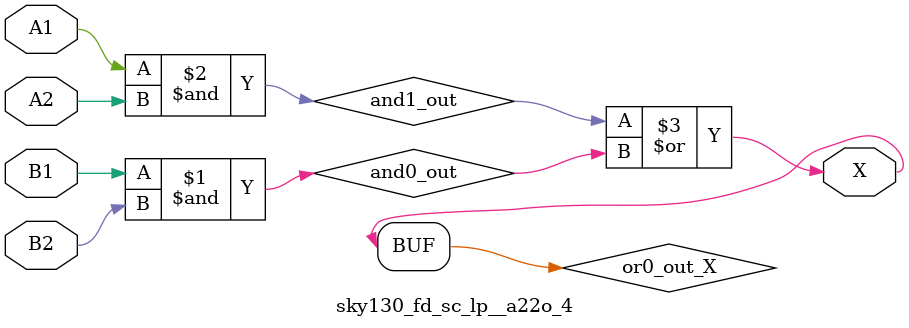
<source format=v>
/*
 * Copyright 2020 The SkyWater PDK Authors
 *
 * Licensed under the Apache License, Version 2.0 (the "License");
 * you may not use this file except in compliance with the License.
 * You may obtain a copy of the License at
 *
 *     https://www.apache.org/licenses/LICENSE-2.0
 *
 * Unless required by applicable law or agreed to in writing, software
 * distributed under the License is distributed on an "AS IS" BASIS,
 * WITHOUT WARRANTIES OR CONDITIONS OF ANY KIND, either express or implied.
 * See the License for the specific language governing permissions and
 * limitations under the License.
 *
 * SPDX-License-Identifier: Apache-2.0
*/


`ifndef SKY130_FD_SC_LP__A22O_4_FUNCTIONAL_V
`define SKY130_FD_SC_LP__A22O_4_FUNCTIONAL_V

/**
 * a22o: 2-input AND into both inputs of 2-input OR.
 *
 *       X = ((A1 & A2) | (B1 & B2))
 *
 * Verilog simulation functional model.
 */

`timescale 1ns / 1ps
`default_nettype none

`celldefine
module sky130_fd_sc_lp__a22o_4 (
    X ,
    A1,
    A2,
    B1,
    B2
);

    // Module ports
    output X ;
    input  A1;
    input  A2;
    input  B1;
    input  B2;

    // Local signals
    wire and0_out ;
    wire and1_out ;
    wire or0_out_X;

    //  Name  Output     Other arguments
    and and0 (and0_out , B1, B2            );
    and and1 (and1_out , A1, A2            );
    or  or0  (or0_out_X, and1_out, and0_out);
    buf buf0 (X        , or0_out_X         );

endmodule
`endcelldefine

`default_nettype wire
`endif  // SKY130_FD_SC_LP__A22O_4_FUNCTIONAL_V

</source>
